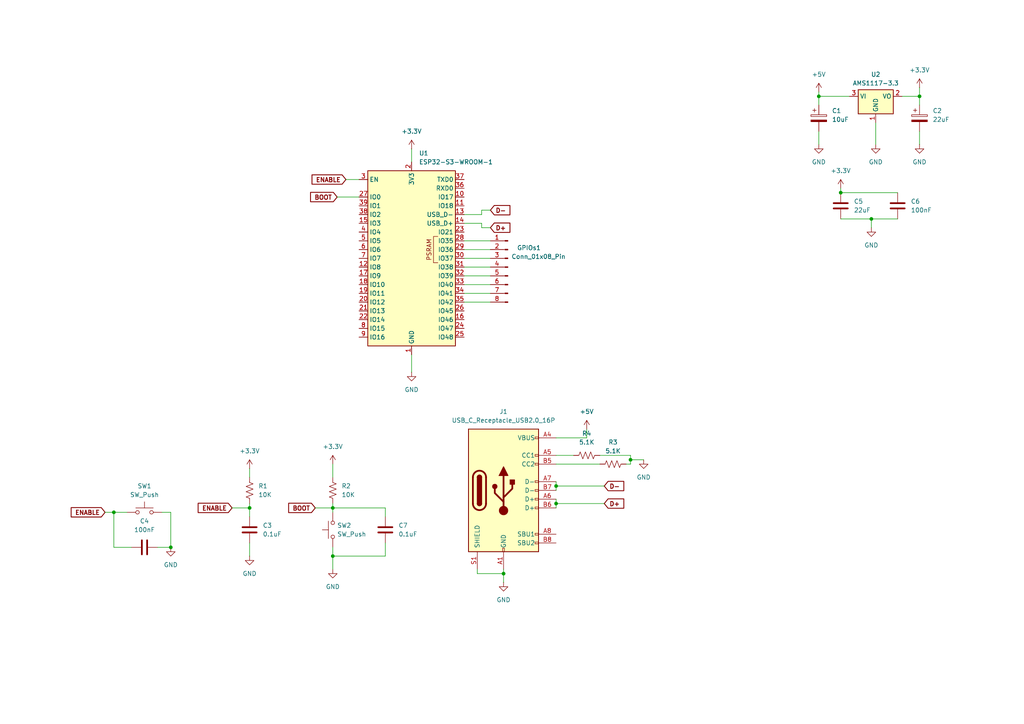
<source format=kicad_sch>
(kicad_sch (version 20250114) (generator "eeschema") (generator_version "9.0")
  (paper "A4")
  (title_block (title "Custom ESP32 WROOM 1 Design") (date "2025-12-04") (comment 1 "By PUTSHU LUNGHE Samuel"))
  (lib_symbols
    (symbol "Connector:Conn_01x08_Pin" (pin_names (offset 1.016) (hide yes))
      (property "Reference" "J" (at 0 10.16 0))
      (property "Value" "Conn_01x08_Pin" (at 0 -12.7 0))
      (symbol "Conn_01x08_Pin_1_1"
        (rectangle (start 0.8636 7.747) (end 0 7.493) (stroke (width 0.1524)) (fill (type outline)))
        (rectangle (start 0.8636 5.207) (end 0 4.953) (stroke (width 0.1524)) (fill (type outline)))
        (rectangle (start 0.8636 2.667) (end 0 2.413) (stroke (width 0.1524)) (fill (type outline)))
        (rectangle (start 0.8636 0.127) (end 0 -0.127) (stroke (width 0.1524)) (fill (type outline)))
        (rectangle (start 0.8636 -2.413) (end 0 -2.667) (stroke (width 0.1524)) (fill (type outline)))
        (rectangle (start 0.8636 -4.953) (end 0 -5.207) (stroke (width 0.1524)) (fill (type outline)))
        (rectangle (start 0.8636 -7.493) (end 0 -7.747) (stroke (width 0.1524)) (fill (type outline)))
        (rectangle (start 0.8636 -10.033) (end 0 -10.287) (stroke (width 0.1524)) (fill (type outline)))
        (polyline (pts (xy 1.27 7.62) (xy 0.8636 7.62)) (stroke (width 0.1524)))
        (polyline (pts (xy 1.27 5.08) (xy 0.8636 5.08)) (stroke (width 0.1524)))
        (polyline (pts (xy 1.27 2.54) (xy 0.8636 2.54)) (stroke (width 0.1524)))
        (polyline (pts (xy 1.27 0) (xy 0.8636 0)) (stroke (width 0.1524)))
        (polyline (pts (xy 1.27 -2.54) (xy 0.8636 -2.54)) (stroke (width 0.1524)))
        (polyline (pts (xy 1.27 -5.08) (xy 0.8636 -5.08)) (stroke (width 0.1524)))
        (polyline (pts (xy 1.27 -7.62) (xy 0.8636 -7.62)) (stroke (width 0.1524)))
        (polyline (pts (xy 1.27 -10.16) (xy 0.8636 -10.16)) (stroke (width 0.1524)))
        (pin passive line (at 5.08 7.62 180) (length 3.81) (name "Pin_1") (number "1"))
        (pin passive line (at 5.08 5.08 180) (length 3.81) (name "Pin_2") (number "2"))
        (pin passive line (at 5.08 2.54 180) (length 3.81) (name "Pin_3") (number "3"))
        (pin passive line (at 5.08 0 180) (length 3.81) (name "Pin_4") (number "4"))
        (pin passive line (at 5.08 -2.54 180) (length 3.81) (name "Pin_5") (number "5"))
        (pin passive line (at 5.08 -5.08 180) (length 3.81) (name "Pin_6") (number "6"))
        (pin passive line (at 5.08 -7.62 180) (length 3.81) (name "Pin_7") (number "7"))
        (pin passive line (at 5.08 -10.16 180) (length 3.81) (name "Pin_8") (number "8"))
      )
    )
    (symbol "Connector:USB_C_Receptacle_USB2.0_16P" (pin_names (offset 1.016))
      (property "Reference" "J" (at 0 22.225 0))
      (property "Value" "USB_C_Receptacle_USB2.0_16P" (at 0 19.685 0))
      (symbol "USB_C_Receptacle_USB2.0_16P_0_0"
        (rectangle (start -0.254 -17.78) (end 0.254 -16.764))
        (rectangle (start 10.16 15.494) (end 9.144 14.986))
        (rectangle (start 10.16 10.414) (end 9.144 9.906))
        (rectangle (start 10.16 7.874) (end 9.144 7.366))
        (rectangle (start 10.16 2.794) (end 9.144 2.286))
        (rectangle (start 10.16 0.254) (end 9.144 -0.254))
        (rectangle (start 10.16 -2.286) (end 9.144 -2.794))
        (rectangle (start 10.16 -4.826) (end 9.144 -5.334))
        (rectangle (start 10.16 -12.446) (end 9.144 -12.954))
        (rectangle (start 10.16 -14.986) (end 9.144 -15.494))
      )
      (symbol "USB_C_Receptacle_USB2.0_16P_0_1"
        (rectangle (start -10.16 17.78) (end 10.16 -17.78) (stroke (width 0.254)) (fill (type background)))
        (polyline (pts (xy -8.89 -3.81) (xy -8.89 3.81)) (stroke (width 0.508)))
        (rectangle (start -7.62 -3.81) (end -6.35 3.81) (stroke (width 0.254)) (fill (type outline)))
        (arc (start -7.62 3.81) (mid -6.985 4.4423) (end -6.35 3.81) (stroke (width 0.254)))
        (arc (start -7.62 3.81) (mid -6.985 4.4423) (end -6.35 3.81) (stroke (width 0.254)) (fill (type outline)))
        (arc (start -8.89 3.81) (mid -6.985 5.7067) (end -5.08 3.81) (stroke (width 0.508)))
        (arc (start -5.08 -3.81) (mid -6.985 -5.7067) (end -8.89 -3.81) (stroke (width 0.508)))
        (arc (start -6.35 -3.81) (mid -6.985 -4.4423) (end -7.62 -3.81) (stroke (width 0.254)))
        (arc (start -6.35 -3.81) (mid -6.985 -4.4423) (end -7.62 -3.81) (stroke (width 0.254)) (fill (type outline)))
        (polyline (pts (xy -5.08 3.81) (xy -5.08 -3.81)) (stroke (width 0.508)))
        (circle (center -2.54 1.143) (radius 0.635) (stroke (width 0.254)) (fill (type outline)))
        (polyline (pts (xy -1.27 4.318) (xy 0 6.858) (xy 1.27 4.318) (xy -1.27 4.318)) (stroke (width 0.254)) (fill (type outline)))
        (polyline (pts (xy 0 -2.032) (xy 2.54 0.508) (xy 2.54 1.778)) (stroke (width 0.508)))
        (polyline (pts (xy 0 -3.302) (xy -2.54 -0.762) (xy -2.54 0.508)) (stroke (width 0.508)))
        (polyline (pts (xy 0 -5.842) (xy 0 4.318)) (stroke (width 0.508)))
        (circle (center 0 -5.842) (radius 1.27) (fill (type outline)))
        (rectangle (start 1.905 1.778) (end 3.175 3.048) (stroke (width 0.254)) (fill (type outline)))
      )
      (symbol "USB_C_Receptacle_USB2.0_16P_1_1"
        (pin passive line (at -7.62 -22.86 90) (length 5.08) (name "SHIELD") (number "S1"))
        (pin passive line (at 0 -22.86 90) (length 5.08) (name "GND") (number "A1"))
        (pin passive line (at 0 -22.86 90) (length 5.08) (hide yes) (name "GND") (number "A12"))
        (pin passive line (at 0 -22.86 90) (length 5.08) (hide yes) (name "GND") (number "B1"))
        (pin passive line (at 0 -22.86 90) (length 5.08) (hide yes) (name "GND") (number "B12"))
        (pin passive line (at 15.24 15.24 180) (length 5.08) (name "VBUS") (number "A4"))
        (pin passive line (at 15.24 15.24 180) (length 5.08) (hide yes) (name "VBUS") (number "A9"))
        (pin passive line (at 15.24 15.24 180) (length 5.08) (hide yes) (name "VBUS") (number "B4"))
        (pin passive line (at 15.24 15.24 180) (length 5.08) (hide yes) (name "VBUS") (number "B9"))
        (pin bidirectional line (at 15.24 10.16 180) (length 5.08) (name "CC1") (number "A5"))
        (pin bidirectional line (at 15.24 7.62 180) (length 5.08) (name "CC2") (number "B5"))
        (pin bidirectional line (at 15.24 2.54 180) (length 5.08) (name "D-") (number "A7"))
        (pin bidirectional line (at 15.24 0 180) (length 5.08) (name "D-") (number "B7"))
        (pin bidirectional line (at 15.24 -2.54 180) (length 5.08) (name "D+") (number "A6"))
        (pin bidirectional line (at 15.24 -5.08 180) (length 5.08) (name "D+") (number "B6"))
        (pin bidirectional line (at 15.24 -12.7 180) (length 5.08) (name "SBU1") (number "A8"))
        (pin bidirectional line (at 15.24 -15.24 180) (length 5.08) (name "SBU2") (number "B8"))
      )
    )
    (symbol "Device:C" (pin_numbers (hide yes)) (pin_names (offset 0.254))
      (property "Reference" "C" (at 0.635 2.54 0))
      (property "Value" "C" (at 0.635 -2.54 0))
      (symbol "C_0_1"
        (polyline (pts (xy -2.032 0.762) (xy 2.032 0.762)) (stroke (width 0.508)))
        (polyline (pts (xy -2.032 -0.762) (xy 2.032 -0.762)) (stroke (width 0.508)))
      )
      (symbol "C_1_1"
        (pin passive line (at 0 3.81 270) (length 2.794) (name "~") (number "1"))
        (pin passive line (at 0 -3.81 90) (length 2.794) (name "~") (number "2"))
      )
    )
    (symbol "Device:C_Polarized" (pin_numbers (hide yes)) (pin_names (offset 0.254))
      (property "Reference" "C" (at 0.635 2.54 0))
      (property "Value" "C_Polarized" (at 0.635 -2.54 0))
      (symbol "C_Polarized_0_1"
        (rectangle (start -2.286 0.508) (end 2.286 1.016))
        (polyline (pts (xy -1.778 2.286) (xy -0.762 2.286)))
        (polyline (pts (xy -1.27 2.794) (xy -1.27 1.778)))
        (rectangle (start 2.286 -0.508) (end -2.286 -1.016) (fill (type outline)))
      )
      (symbol "C_Polarized_1_1"
        (pin passive line (at 0 3.81 270) (length 2.794) (name "~") (number "1"))
        (pin passive line (at 0 -3.81 90) (length 2.794) (name "~") (number "2"))
      )
    )
    (symbol "Device:R_US" (pin_numbers (hide yes)) (pin_names (offset 0))
      (property "Reference" "R" (at 2.54 0 90))
      (property "Value" "R_US" (at -2.54 0 90))
      (symbol "R_US_0_1"
        (polyline (pts (xy 0 2.286) (xy 0 2.54)))
        (polyline (pts (xy 0 2.286) (xy 1.016 1.905) (xy 0 1.524) (xy -1.016 1.143) (xy 0 0.762)))
        (polyline (pts (xy 0 0.762) (xy 1.016 0.381) (xy 0 0) (xy -1.016 -0.381) (xy 0 -0.762)))
        (polyline (pts (xy 0 -0.762) (xy 1.016 -1.143) (xy 0 -1.524) (xy -1.016 -1.905) (xy 0 -2.286)))
        (polyline (pts (xy 0 -2.286) (xy 0 -2.54)))
      )
      (symbol "R_US_1_1"
        (pin passive line (at 0 3.81 270) (length 1.27) (name "~") (number "1"))
        (pin passive line (at 0 -3.81 90) (length 1.27) (name "~") (number "2"))
      )
    )
    (symbol "RF_Module:ESP32-S3-WROOM-1"
      (property "Reference" "U" (at -12.7 26.67 0))
      (property "Value" "ESP32-S3-WROOM-1" (at 12.7 26.67 0))
      (symbol "ESP32-S3-WROOM-1_0_0"
        (rectangle (start -12.7 25.4) (end 12.7 -25.4) (stroke (width 0.254)) (fill (type background)))
        (text "PSRAM" (at 5.08 2.54 900) (effects (font (size 1.27 1.27))))
      )
      (symbol "ESP32-S3-WROOM-1_0_1"
        (polyline (pts (xy 7.62 -1.27) (xy 6.35 -1.27) (xy 6.35 6.35) (xy 7.62 6.35)))
      )
      (symbol "ESP32-S3-WROOM-1_1_1"
        (pin input line (at -15.24 22.86 0) (length 2.54) (name "EN") (number "3"))
        (pin bidirectional line (at -15.24 17.78 0) (length 2.54) (name "IO0") (number "27"))
        (pin bidirectional line (at -15.24 15.24 0) (length 2.54) (name "IO1") (number "39"))
        (pin bidirectional line (at -15.24 12.7 0) (length 2.54) (name "IO2") (number "38"))
        (pin bidirectional line (at -15.24 10.16 0) (length 2.54) (name "IO3") (number "15"))
        (pin bidirectional line (at -15.24 7.62 0) (length 2.54) (name "IO4") (number "4"))
        (pin bidirectional line (at -15.24 5.08 0) (length 2.54) (name "IO5") (number "5"))
        (pin bidirectional line (at -15.24 2.54 0) (length 2.54) (name "IO6") (number "6"))
        (pin bidirectional line (at -15.24 0 0) (length 2.54) (name "IO7") (number "7"))
        (pin bidirectional line (at -15.24 -2.54 0) (length 2.54) (name "IO8") (number "12"))
        (pin bidirectional line (at -15.24 -5.08 0) (length 2.54) (name "IO9") (number "17"))
        (pin bidirectional line (at -15.24 -7.62 0) (length 2.54) (name "IO10") (number "18"))
        (pin bidirectional line (at -15.24 -10.16 0) (length 2.54) (name "IO11") (number "19"))
        (pin bidirectional line (at -15.24 -12.7 0) (length 2.54) (name "IO12") (number "20"))
        (pin bidirectional line (at -15.24 -15.24 0) (length 2.54) (name "IO13") (number "21"))
        (pin bidirectional line (at -15.24 -17.78 0) (length 2.54) (name "IO14") (number "22"))
        (pin bidirectional line (at -15.24 -20.32 0) (length 2.54) (name "IO15") (number "8"))
        (pin bidirectional line (at -15.24 -22.86 0) (length 2.54) (name "IO16") (number "9"))
        (pin power_in line (at 0 27.94 270) (length 2.54) (name "3V3") (number "2"))
        (pin power_in line (at 0 -27.94 90) (length 2.54) (name "GND") (number "1"))
        (pin passive line (at 0 -27.94 90) (length 2.54) (hide yes) (name "GND") (number "40"))
        (pin passive line (at 0 -27.94 90) (length 2.54) (hide yes) (name "GND") (number "41"))
        (pin bidirectional line (at 15.24 22.86 180) (length 2.54) (name "TXD0") (number "37"))
        (pin bidirectional line (at 15.24 20.32 180) (length 2.54) (name "RXD0") (number "36"))
        (pin bidirectional line (at 15.24 17.78 180) (length 2.54) (name "IO17") (number "10"))
        (pin bidirectional line (at 15.24 15.24 180) (length 2.54) (name "IO18") (number "11"))
        (pin bidirectional line (at 15.24 12.7 180) (length 2.54) (name "USB_D-") (number "13"))
        (pin bidirectional line (at 15.24 10.16 180) (length 2.54) (name "USB_D+") (number "14"))
        (pin bidirectional line (at 15.24 7.62 180) (length 2.54) (name "IO21") (number "23"))
        (pin bidirectional line (at 15.24 5.08 180) (length 2.54) (name "IO35") (number "28"))
        (pin bidirectional line (at 15.24 2.54 180) (length 2.54) (name "IO36") (number "29"))
        (pin bidirectional line (at 15.24 0 180) (length 2.54) (name "IO37") (number "30"))
        (pin bidirectional line (at 15.24 -2.54 180) (length 2.54) (name "IO38") (number "31"))
        (pin bidirectional line (at 15.24 -5.08 180) (length 2.54) (name "IO39") (number "32"))
        (pin bidirectional line (at 15.24 -7.62 180) (length 2.54) (name "IO40") (number "33"))
        (pin bidirectional line (at 15.24 -10.16 180) (length 2.54) (name "IO41") (number "34"))
        (pin bidirectional line (at 15.24 -12.7 180) (length 2.54) (name "IO42") (number "35"))
        (pin bidirectional line (at 15.24 -15.24 180) (length 2.54) (name "IO45") (number "26"))
        (pin bidirectional line (at 15.24 -17.78 180) (length 2.54) (name "IO46") (number "16"))
        (pin bidirectional line (at 15.24 -20.32 180) (length 2.54) (name "IO47") (number "24"))
        (pin bidirectional line (at 15.24 -22.86 180) (length 2.54) (name "IO48") (number "25"))
      )
    )
    (symbol "Regulator_Linear:AMS1117-3.3"
      (property "Reference" "U" (at -3.81 3.175 0))
      (property "Value" "AMS1117-3.3" (at 0 3.175 0))
      (symbol "AMS1117-3.3_0_1"
        (rectangle (start -5.08 -5.08) (end 5.08 1.905) (stroke (width 0.254)) (fill (type background)))
      )
      (symbol "AMS1117-3.3_1_1"
        (pin power_in line (at -7.62 0 0) (length 2.54) (name "VI") (number "3"))
        (pin power_in line (at 0 -7.62 90) (length 2.54) (name "GND") (number "1"))
        (pin power_out line (at 7.62 0 180) (length 2.54) (name "VO") (number "2"))
      )
    )
    (symbol "Switch:SW_Push" (pin_numbers (hide yes)) (pin_names (offset 1.016) (hide yes))
      (property "Reference" "SW" (at 1.27 2.54 0))
      (property "Value" "SW_Push" (at 0 -1.524 0))
      (symbol "SW_Push_0_1"
        (circle (center -2.032 0) (radius 0.508))
        (polyline (pts (xy 0 1.27) (xy 0 3.048)))
        (circle (center 2.032 0) (radius 0.508))
        (polyline (pts (xy 2.54 1.27) (xy -2.54 1.27)))
        (pin passive line (at -5.08 0 0) (length 2.54) (name "1") (number "1"))
        (pin passive line (at 5.08 0 180) (length 2.54) (name "2") (number "2"))
      )
    )
    (symbol "power:+3.3V" (power) (pin_numbers (hide yes)) (pin_names (offset 0) (hide yes))
      (property "Value" "+3.3V" (at 0 3.556 0))
      (symbol "+3.3V_0_1"
        (polyline (pts (xy -0.762 1.27) (xy 0 2.54)))
        (polyline (pts (xy 0 2.54) (xy 0.762 1.27)))
        (polyline (pts (xy 0 0) (xy 0 2.54)))
      )
      (symbol "+3.3V_1_1"
        (pin power_in line (at 0 0 90) (length 0) (name "~") (number "1"))
      )
    )
    (symbol "power:+5V" (power) (pin_numbers (hide yes)) (pin_names (offset 0) (hide yes))
      (property "Value" "+5V" (at 0 3.556 0))
      (symbol "+5V_0_1"
        (polyline (pts (xy -0.762 1.27) (xy 0 2.54)))
        (polyline (pts (xy 0 2.54) (xy 0.762 1.27)))
        (polyline (pts (xy 0 0) (xy 0 2.54)))
      )
      (symbol "+5V_1_1"
        (pin power_in line (at 0 0 90) (length 0) (name "~") (number "1"))
      )
    )
    (symbol "power:GND" (power) (pin_numbers (hide yes)) (pin_names (offset 0) (hide yes))
      (property "Value" "GND" (at 0 -3.81 0))
      (symbol "GND_0_1"
        (polyline (pts (xy 0 0) (xy 0 -1.27) (xy 1.27 -1.27) (xy 0 -2.54) (xy -1.27 -1.27) (xy 0 -1.27)))
      )
      (symbol "GND_1_1"
        (pin power_in line (at 0 0 270) (length 0) (name "~") (number "1"))
      )
    )
  )
  (junction (at 243.84 55.88))
  (junction (at 146.05 166.37))
  (junction (at 96.52 161.29))
  (junction (at 252.73 63.5))
  (junction (at 96.52 147.32))
  (junction (at 182.88 133.35))
  (junction (at 161.29 140.97))
  (junction (at 237.49 27.94))
  (junction (at 49.53 158.75))
  (junction (at 72.39 147.32))
  (junction (at 33.02 148.59))
  (junction (at 266.7 27.94))
  (junction (at 161.29 146.05))
  (wire (pts (xy 46.99 148.59) (xy 49.53 148.59)))
  (wire (pts (xy 119.38 102.87) (xy 119.38 107.95)))
  (wire (pts (xy 243.84 55.88) (xy 260.35 55.88)))
  (wire (pts (xy 72.39 157.48) (xy 72.39 161.29)))
  (wire (pts (xy 138.43 166.37) (xy 146.05 166.37)))
  (wire (pts (xy 146.05 166.37) (xy 146.05 165.1)))
  (wire (pts (xy 237.49 27.94) (xy 246.38 27.94)))
  (wire (pts (xy 243.84 63.5) (xy 252.73 63.5)))
  (wire (pts (xy 111.76 147.32) (xy 96.52 147.32)))
  (wire (pts (xy 182.88 132.08) (xy 182.88 133.35)))
  (wire (pts (xy 96.52 158.75) (xy 96.52 161.29)))
  (wire (pts (xy 91.44 147.32) (xy 96.52 147.32)))
  (wire (pts (xy 161.29 132.08) (xy 166.37 132.08)))
  (wire (pts (xy 96.52 147.32) (xy 96.52 148.59)))
  (wire (pts (xy 237.49 38.1) (xy 237.49 41.91)))
  (wire (pts (xy 252.73 63.5) (xy 252.73 66.04)))
  (wire (pts (xy 161.29 140.97) (xy 161.29 142.24)))
  (wire (pts (xy 67.31 147.32) (xy 72.39 147.32)))
  (wire (pts (xy 111.76 161.29) (xy 96.52 161.29)))
  (wire (pts (xy 266.7 25.4) (xy 266.7 27.94)))
  (wire (pts (xy 72.39 135.89) (xy 72.39 138.43)))
  (wire (pts (xy 161.29 146.05) (xy 175.26 146.05)))
  (wire (pts (xy 237.49 26.67) (xy 237.49 27.94)))
  (wire (pts (xy 119.38 43.18) (xy 119.38 46.99)))
  (wire (pts (xy 266.7 38.1) (xy 266.7 41.91)))
  (wire (pts (xy 134.62 69.85) (xy 142.24 69.85)))
  (wire (pts (xy 111.76 149.86) (xy 111.76 147.32)))
  (wire (pts (xy 139.7 66.04) (xy 142.24 66.04)))
  (wire (pts (xy 266.7 30.48) (xy 266.7 27.94)))
  (wire (pts (xy 72.39 146.05) (xy 72.39 147.32)))
  (wire (pts (xy 134.62 87.63) (xy 142.24 87.63)))
  (wire (pts (xy 134.62 74.93) (xy 142.24 74.93)))
  (wire (pts (xy 134.62 80.01) (xy 142.24 80.01)))
  (wire (pts (xy 182.88 133.35) (xy 182.88 134.62)))
  (wire (pts (xy 173.99 132.08) (xy 182.88 132.08)))
  (wire (pts (xy 100.33 52.07) (xy 104.14 52.07)))
  (wire (pts (xy 139.7 62.23) (xy 139.7 60.96)))
  (wire (pts (xy 134.62 82.55) (xy 142.24 82.55)))
  (wire (pts (xy 170.18 124.46) (xy 170.18 127)))
  (wire (pts (xy 252.73 63.5) (xy 260.35 63.5)))
  (wire (pts (xy 111.76 157.48) (xy 111.76 161.29)))
  (wire (pts (xy 254 35.56) (xy 254 41.91)))
  (wire (pts (xy 134.62 64.77) (xy 139.7 64.77)))
  (wire (pts (xy 97.79 57.15) (xy 104.14 57.15)))
  (wire (pts (xy 182.88 133.35) (xy 186.69 133.35)))
  (wire (pts (xy 161.29 134.62) (xy 173.99 134.62)))
  (wire (pts (xy 161.29 140.97) (xy 175.26 140.97)))
  (wire (pts (xy 243.84 54.61) (xy 243.84 55.88)))
  (wire (pts (xy 266.7 27.94) (xy 261.62 27.94)))
  (wire (pts (xy 237.49 27.94) (xy 237.49 30.48)))
  (wire (pts (xy 161.29 139.7) (xy 161.29 140.97)))
  (wire (pts (xy 96.52 146.05) (xy 96.52 147.32)))
  (wire (pts (xy 49.53 158.75) (xy 45.72 158.75)))
  (wire (pts (xy 139.7 60.96) (xy 142.24 60.96)))
  (wire (pts (xy 49.53 148.59) (xy 49.53 158.75)))
  (wire (pts (xy 96.52 134.62) (xy 96.52 138.43)))
  (wire (pts (xy 33.02 148.59) (xy 36.83 148.59)))
  (wire (pts (xy 96.52 161.29) (xy 96.52 165.1)))
  (wire (pts (xy 139.7 64.77) (xy 139.7 66.04)))
  (wire (pts (xy 161.29 144.78) (xy 161.29 146.05)))
  (wire (pts (xy 33.02 148.59) (xy 33.02 158.75)))
  (wire (pts (xy 134.62 62.23) (xy 139.7 62.23)))
  (wire (pts (xy 134.62 85.09) (xy 142.24 85.09)))
  (wire (pts (xy 72.39 147.32) (xy 72.39 149.86)))
  (wire (pts (xy 161.29 127) (xy 170.18 127)))
  (wire (pts (xy 33.02 158.75) (xy 38.1 158.75)))
  (wire (pts (xy 134.62 72.39) (xy 142.24 72.39)))
  (wire (pts (xy 146.05 166.37) (xy 146.05 168.91)))
  (wire (pts (xy 134.62 77.47) (xy 142.24 77.47)))
  (wire (pts (xy 138.43 165.1) (xy 138.43 166.37)))
  (wire (pts (xy 30.48 148.59) (xy 33.02 148.59)))
  (wire (pts (xy 181.61 134.62) (xy 182.88 134.62)))
  (wire (pts (xy 161.29 146.05) (xy 161.29 147.32)))
  (global_label "ENABLE" (shape input) (at 100.33 52.07 180) (effects (font (thickness 0.254) (bold yes))) (property "Intersheetrefs" "${INTERSHEET_REFS}" (effects (hide yes))))
  (global_label "D+" (shape input) (at 175.26 146.05 0) (effects (font (thickness 0.254) (bold yes))) (property "Intersheetrefs" "${INTERSHEET_REFS}" (effects (hide yes))))
  (global_label "ENABLE" (shape input) (at 30.48 148.59 180) (effects (font (thickness 0.254) (bold yes))) (property "Intersheetrefs" "${INTERSHEET_REFS}" (effects (hide yes))))
  (global_label "D-" (shape input) (at 142.24 60.96 0) (effects (font (thickness 0.254) (bold yes))) (property "Intersheetrefs" "${INTERSHEET_REFS}" (effects (hide yes))))
  (global_label "BOOT" (shape input) (at 91.44 147.32 180) (effects (font (thickness 0.254) (bold yes))) (property "Intersheetrefs" "${INTERSHEET_REFS}" (effects (hide yes))))
  (global_label "D-" (shape input) (at 175.26 140.97 0) (effects (font (thickness 0.254) (bold yes))) (property "Intersheetrefs" "${INTERSHEET_REFS}" (effects (hide yes))))
  (global_label "BOOT" (shape input) (at 97.79 57.15 180) (effects (font (thickness 0.254) (bold yes))) (property "Intersheetrefs" "${INTERSHEET_REFS}" (effects (hide yes))))
  (global_label "ENABLE" (shape input) (at 67.31 147.32 180) (effects (font (thickness 0.254) (bold yes))) (property "Intersheetrefs" "${INTERSHEET_REFS}" (effects (hide yes))))
  (global_label "D+" (shape input) (at 142.24 66.04 0) (effects (font (thickness 0.254) (bold yes))) (property "Intersheetrefs" "${INTERSHEET_REFS}" (effects (hide yes))))
  (symbol (lib_id "Device:C") (at 72.39 153.67 0) (unit 1)
    (property "Reference" "C3" (at 76.2 152.3999 0) (effects (justify left)))
    (property "Value" "0.1uF" (at 76.2 154.9399 0) (effects (justify left)))
    (property "Footprint" "Capacitor_SMD:C_1808_4520Metric_Pad1.72x2.30mm_HandSolder" (effects (hide yes)))
    (property "Description" "Unpolarized capacitor" (effects (hide yes)))
  )
  (symbol (lib_id "RF_Module:ESP32-S3-WROOM-1") (at 119.38 74.93 0) (unit 1)
    (property "Reference" "U1" (at 121.5233 44.45 0) (effects (justify left)))
    (property "Value" "ESP32-S3-WROOM-1" (at 121.5233 46.99 0) (effects (justify left)))
    (property "Footprint" "RF_Module:ESP32-S3-WROOM-1" (effects (hide yes)))
    (property "Datasheet" "https://www.espressif.com/sites/default/files/documentation/esp32-s3-wroom-1_wroom-1u_datasheet_en.pdf" (effects (hide yes)))
    (property "Description" "RF Module, ESP32-S3 SoC, Wi-Fi 802.11b/g/n, Bluetooth, BLE, 32-bit, 3.3V, onboard antenna, SMD" (effects (hide yes)))
  )
  (symbol (lib_id "Device:R_US") (at 177.8 134.62 90) (unit 1)
    (property "Reference" "R3" (at 177.8 128.27 90))
    (property "Value" "5.1K" (at 177.8 130.81 90))
    (property "Footprint" "Resistor_SMD:R_0805_2012Metric_Pad1.20x1.40mm_HandSolder" (effects (hide yes)))
    (property "Description" "Resistor, US symbol" (effects (hide yes)))
  )
  (symbol (lib_id "Device:C") (at 260.35 59.69 0) (unit 1)
    (property "Reference" "C6" (at 264.16 58.4199 0) (effects (justify left)))
    (property "Value" "100nF" (at 264.16 60.9599 0) (effects (justify left)))
    (property "Footprint" "Capacitor_SMD:C_1808_4520Metric_Pad1.72x2.30mm_HandSolder" (effects (hide yes)))
    (property "Description" "Unpolarized capacitor" (effects (hide yes)))
  )
  (symbol (lib_id "Device:C_Polarized") (at 237.49 34.29 0) (unit 1)
    (property "Reference" "C1" (at 241.3 32.1309 0) (effects (justify left)))
    (property "Value" "10uF" (at 241.3 34.6709 0) (effects (justify left)))
    (property "Footprint" "Capacitor_SMD:CP_Elec_3x5.3" (effects (hide yes)))
    (property "Description" "Polarized capacitor" (effects (hide yes)))
  )
  (symbol (lib_id "power:GND") (at 72.39 161.29 0) (unit 1)
    (property "Reference" "#PWR05" (effects (hide yes)))
    (property "Value" "GND" (at 72.39 166.37 0))
    (property "Description" "Power symbol creates a global label with name \"GND\" , ground" (effects (hide yes)))
  )
  (symbol (lib_id "Device:R_US") (at 170.18 132.08 90) (unit 1)
    (property "Reference" "R4" (at 170.18 125.73 90))
    (property "Value" "5.1K" (at 170.18 128.27 90))
    (property "Footprint" "Resistor_SMD:R_0805_2012Metric_Pad1.20x1.40mm_HandSolder" (effects (hide yes)))
    (property "Description" "Resistor, US symbol" (effects (hide yes)))
  )
  (symbol (lib_id "Switch:SW_Push") (at 41.91 148.59 0) (unit 1)
    (property "Reference" "SW1" (at 41.91 140.97 0))
    (property "Value" "SW_Push" (at 41.91 143.51 0))
    (property "Footprint" "Button_Switch_SMD:SW_Push_SPST_NO_Alps_SKRK" (effects (hide yes)))
    (property "Description" "Push button switch, generic, two pins" (effects (hide yes)))
  )
  (symbol (lib_id "Connector:Conn_01x08_Pin") (at 147.32 77.47 0) (mirror y) (unit 1)
    (property "Reference" "GPIOs1" (at 153.416 71.882 0))
    (property "Value" "Conn_01x08_Pin" (at 156.21 74.422 0))
    (property "Footprint" "Connector_PinHeader_1.00mm:PinHeader_1x08_P1.00mm_Vertical" (effects (hide yes)))
    (property "Description" "Generic connector, single row, 01x08, script generated" (effects (hide yes)))
  )
  (symbol (lib_id "power:GND") (at 146.05 168.91 0) (unit 1)
    (property "Reference" "#PWR013" (effects (hide yes)))
    (property "Value" "GND" (at 146.05 173.99 0))
    (property "Description" "Power symbol creates a global label with name \"GND\" , ground" (effects (hide yes)))
  )
  (symbol (lib_id "power:GND") (at 252.73 66.04 0) (unit 1)
    (property "Reference" "#PWR09" (effects (hide yes)))
    (property "Value" "GND" (at 252.73 71.12 0))
    (property "Description" "Power symbol creates a global label with name \"GND\" , ground" (effects (hide yes)))
  )
  (symbol (lib_id "power:+3.3V") (at 266.7 25.4 0) (unit 1)
    (property "Reference" "#PWR04" (effects (hide yes)))
    (property "Value" "+3.3V" (at 266.7 20.32 0))
    (property "Description" "Power symbol creates a global label with name \"+3.3V\"" (effects (hide yes)))
  )
  (symbol (lib_id "Device:R_US") (at 96.52 142.24 0) (unit 1)
    (property "Reference" "R2" (at 99.06 140.9699 0) (effects (justify left)))
    (property "Value" "10K" (at 99.06 143.5099 0) (effects (justify left)))
    (property "Footprint" "Resistor_SMD:R_0805_2012Metric_Pad1.20x1.40mm_HandSolder" (effects (hide yes)))
    (property "Description" "Resistor, US symbol" (effects (hide yes)))
  )
  (symbol (lib_id "power:+3.3V") (at 72.39 135.89 0) (unit 1)
    (property "Reference" "#PWR07" (effects (hide yes)))
    (property "Value" "+3.3V" (at 72.39 130.81 0))
    (property "Description" "Power symbol creates a global label with name \"+3.3V\"" (effects (hide yes)))
  )
  (symbol (lib_id "Switch:SW_Push") (at 96.52 153.67 90) (unit 1)
    (property "Reference" "SW2" (at 97.79 152.3999 90) (effects (justify right)))
    (property "Value" "SW_Push" (at 97.79 154.9399 90) (effects (justify right)))
    (property "Footprint" "Button_Switch_SMD:SW_Push_SPST_NO_Alps_SKRK" (effects (hide yes)))
    (property "Description" "Push button switch, generic, two pins" (effects (hide yes)))
  )
  (symbol (lib_id "power:+5V") (at 237.49 26.67 0) (unit 1)
    (property "Reference" "#PWR03" (effects (hide yes)))
    (property "Value" "+5V" (at 237.49 21.59 0))
    (property "Description" "Power symbol creates a global label with name \"+5V\"" (effects (hide yes)))
  )
  (symbol (lib_id "Device:C_Polarized") (at 266.7 34.29 0) (unit 1)
    (property "Reference" "C2" (at 270.51 32.1309 0) (effects (justify left)))
    (property "Value" "22uF" (at 270.51 34.6709 0) (effects (justify left)))
    (property "Footprint" "Capacitor_SMD:CP_Elec_3x5.3" (effects (hide yes)))
    (property "Description" "Polarized capacitor" (effects (hide yes)))
  )
  (symbol (lib_id "Device:C") (at 243.84 59.69 0) (unit 1)
    (property "Reference" "C5" (at 247.65 58.4199 0) (effects (justify left)))
    (property "Value" "22uF" (at 247.65 60.9599 0) (effects (justify left)))
    (property "Footprint" "Capacitor_SMD:C_1808_4520Metric_Pad1.72x2.30mm_HandSolder" (effects (hide yes)))
    (property "Description" "Unpolarized capacitor" (effects (hide yes)))
  )
  (symbol (lib_id "Connector:USB_C_Receptacle_USB2.0_16P") (at 146.05 142.24 0) (unit 1)
    (property "Reference" "J1" (at 146.05 119.38 0))
    (property "Value" "USB_C_Receptacle_USB2.0_16P" (at 146.05 121.92 0))
    (property "Footprint" "Connector_USB:USB_C_Receptacle_GCT_USB4105-xx-A_16P_TopMnt_Horizontal" (effects (hide yes)))
    (property "Datasheet" "https://www.usb.org/sites/default/files/documents/usb_type-c.zip" (effects (hide yes)))
    (property "Description" "USB 2.0-only 16P Type-C Receptacle connector" (effects (hide yes)))
  )
  (symbol (lib_id "power:+3.3V") (at 96.52 134.62 0) (unit 1)
    (property "Reference" "#PWR011" (effects (hide yes)))
    (property "Value" "+3.3V" (at 96.52 129.54 0))
    (property "Description" "Power symbol creates a global label with name \"+3.3V\"" (effects (hide yes)))
  )
  (symbol (lib_id "power:+3.3V") (at 119.38 43.18 0) (unit 1)
    (property "Reference" "#PWR02" (effects (hide yes)))
    (property "Value" "+3.3V" (at 119.38 38.1 0))
    (property "Description" "Power symbol creates a global label with name \"+3.3V\"" (effects (hide yes)))
  )
  (symbol (lib_id "power:GND") (at 254 41.91 0) (unit 1)
    (property "Reference" "#PWR01" (effects (hide yes)))
    (property "Value" "GND" (at 254 46.99 0))
    (property "Description" "Power symbol creates a global label with name \"GND\" , ground" (effects (hide yes)))
  )
  (symbol (lib_id "power:GND") (at 49.53 158.75 0) (unit 1)
    (property "Reference" "#PWR08" (effects (hide yes)))
    (property "Value" "GND" (at 49.53 163.83 0))
    (property "Description" "Power symbol creates a global label with name \"GND\" , ground" (effects (hide yes)))
  )
  (symbol (lib_id "power:GND") (at 96.52 165.1 0) (unit 1)
    (property "Reference" "#PWR012" (effects (hide yes)))
    (property "Value" "GND" (at 96.52 170.18 0))
    (property "Description" "Power symbol creates a global label with name \"GND\" , ground" (effects (hide yes)))
  )
  (symbol (lib_id "Device:C") (at 41.91 158.75 90) (unit 1)
    (property "Reference" "C4" (at 41.91 151.13 90))
    (property "Value" "100nF" (at 41.91 153.67 90))
    (property "Footprint" "Capacitor_SMD:C_1808_4520Metric_Pad1.72x2.30mm_HandSolder" (effects (hide yes)))
    (property "Description" "Unpolarized capacitor" (effects (hide yes)))
  )
  (symbol (lib_id "power:GND") (at 119.38 107.95 0) (unit 1)
    (property "Reference" "#PWR06" (effects (hide yes)))
    (property "Value" "GND" (at 119.38 113.03 0))
    (property "Description" "Power symbol creates a global label with name \"GND\" , ground" (effects (hide yes)))
  )
  (symbol (lib_id "power:GND") (at 237.49 41.91 0) (unit 1)
    (property "Reference" "#PWR016" (effects (hide yes)))
    (property "Value" "GND" (at 237.49 46.99 0))
    (property "Description" "Power symbol creates a global label with name \"GND\" , ground" (effects (hide yes)))
  )
  (symbol (lib_id "power:+5V") (at 170.18 124.46 0) (unit 1)
    (property "Reference" "#PWR014" (effects (hide yes)))
    (property "Value" "+5V" (at 170.18 119.38 0))
    (property "Description" "Power symbol creates a global label with name \"+5V\"" (effects (hide yes)))
  )
  (symbol (lib_id "Device:R_US") (at 72.39 142.24 0) (unit 1)
    (property "Reference" "R1" (at 74.93 140.9699 0) (effects (justify left)))
    (property "Value" "10K" (at 74.93 143.5099 0) (effects (justify left)))
    (property "Footprint" "Resistor_SMD:R_0805_2012Metric_Pad1.20x1.40mm_HandSolder" (effects (hide yes)))
    (property "Description" "Resistor, US symbol" (effects (hide yes)))
  )
  (symbol (lib_id "power:+3.3V") (at 243.84 54.61 0) (unit 1)
    (property "Reference" "#PWR010" (effects (hide yes)))
    (property "Value" "+3.3V" (at 243.84 49.53 0))
    (property "Description" "Power symbol creates a global label with name \"+3.3V\"" (effects (hide yes)))
  )
  (symbol (lib_id "Regulator_Linear:AMS1117-3.3") (at 254 27.94 0) (unit 1)
    (property "Reference" "U2" (at 254 21.59 0))
    (property "Value" "AMS1117-3.3" (at 254 24.13 0))
    (property "Footprint" "Package_TO_SOT_SMD:SOT-223-3_TabPin2" (effects (hide yes)))
    (property "Datasheet" "http://www.advanced-monolithic.com/pdf/ds1117.pdf" (effects (hide yes)))
    (property "Description" "1A Low Dropout regulator, positive, 3.3V fixed output, SOT-223" (effects (hide yes)))
  )
  (symbol (lib_id "power:GND") (at 186.69 133.35 0) (unit 1)
    (property "Reference" "#PWR015" (effects (hide yes)))
    (property "Value" "GND" (at 186.69 138.43 0))
    (property "Description" "Power symbol creates a global label with name \"GND\" , ground" (effects (hide yes)))
  )
  (symbol (lib_id "power:GND") (at 266.7 41.91 0) (unit 1)
    (property "Reference" "#PWR017" (effects (hide yes)))
    (property "Value" "GND" (at 266.7 46.99 0))
    (property "Description" "Power symbol creates a global label with name \"GND\" , ground" (effects (hide yes)))
  )
  (symbol (lib_id "Device:C") (at 111.76 153.67 0) (unit 1)
    (property "Reference" "C7" (at 115.57 152.3999 0) (effects (justify left)))
    (property "Value" "0.1uF" (at 115.57 154.9399 0) (effects (justify left)))
    (property "Footprint" "Capacitor_SMD:C_1808_4520Metric_Pad1.72x2.30mm_HandSolder" (effects (hide yes)))
    (property "Description" "Unpolarized capacitor" (effects (hide yes)))
  )
)
</source>
